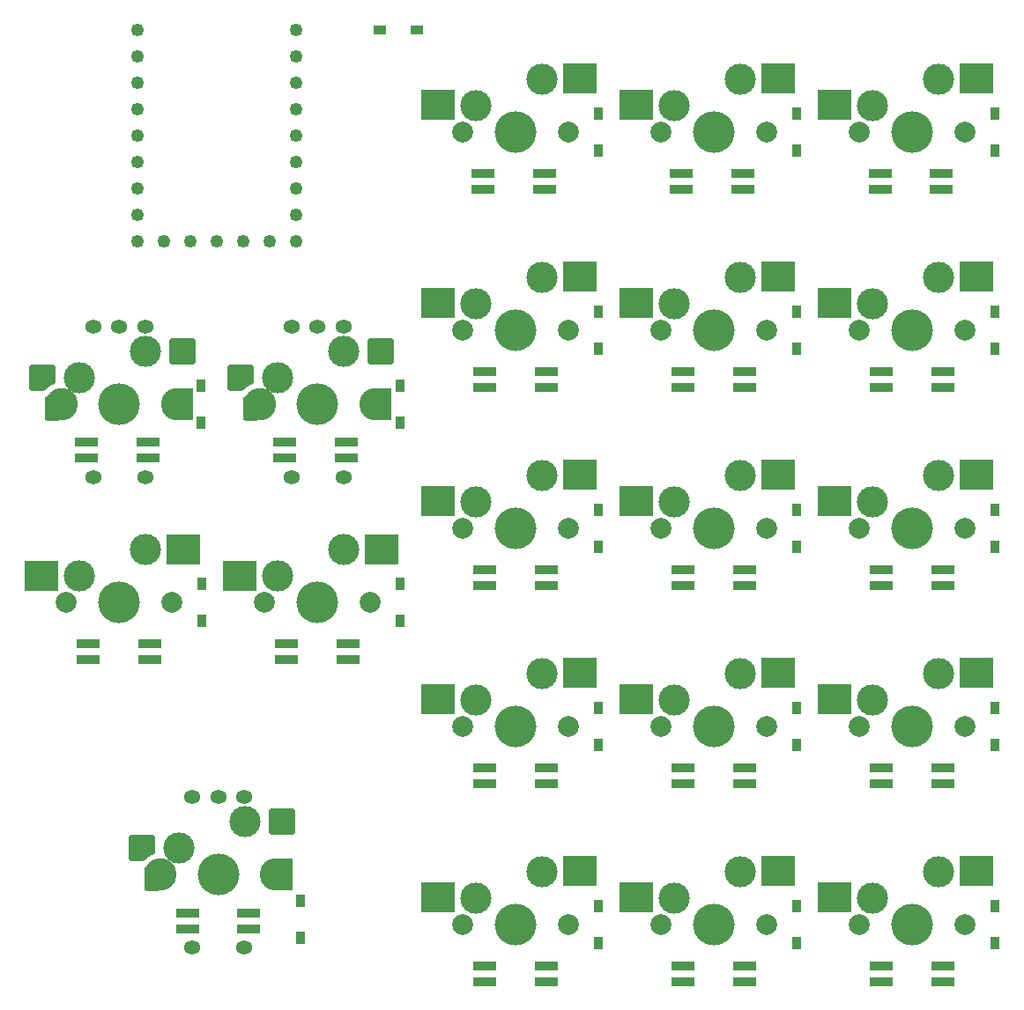
<source format=gbr>
G04 #@! TF.GenerationSoftware,KiCad,Pcbnew,7.0.9*
G04 #@! TF.CreationDate,2024-01-25T19:57:45+09:00*
G04 #@! TF.ProjectId,withTK,77697468-544b-42e6-9b69-6361645f7063,rev?*
G04 #@! TF.SameCoordinates,Original*
G04 #@! TF.FileFunction,Soldermask,Bot*
G04 #@! TF.FilePolarity,Negative*
%FSLAX46Y46*%
G04 Gerber Fmt 4.6, Leading zero omitted, Abs format (unit mm)*
G04 Created by KiCad (PCBNEW 7.0.9) date 2024-01-25 19:57:45*
%MOMM*%
%LPD*%
G01*
G04 APERTURE LIST*
G04 Aperture macros list*
%AMRoundRect*
0 Rectangle with rounded corners*
0 $1 Rounding radius*
0 $2 $3 $4 $5 $6 $7 $8 $9 X,Y pos of 4 corners*
0 Add a 4 corners polygon primitive as box body*
4,1,4,$2,$3,$4,$5,$6,$7,$8,$9,$2,$3,0*
0 Add four circle primitives for the rounded corners*
1,1,$1+$1,$2,$3*
1,1,$1+$1,$4,$5*
1,1,$1+$1,$6,$7*
1,1,$1+$1,$8,$9*
0 Add four rect primitives between the rounded corners*
20,1,$1+$1,$2,$3,$4,$5,0*
20,1,$1+$1,$4,$5,$6,$7,0*
20,1,$1+$1,$6,$7,$8,$9,0*
20,1,$1+$1,$8,$9,$2,$3,0*%
%AMFreePoly0*
4,1,22,1.150000,1.217000,1.242000,1.125000,1.275000,1.000000,1.275000,-0.378000,1.255000,-0.477000,1.196000,-0.560000,1.110000,-0.613000,0.807000,-0.752000,0.530000,-0.939000,0.287000,-1.167000,0.203000,-1.228000,0.102000,-1.250000,-1.025000,-1.250000,-1.150000,-1.217000,-1.242000,-1.125000,-1.275000,-1.000000,-1.275000,1.000000,-1.242000,1.125000,-1.150000,1.217000,-1.025000,1.250000,
1.025000,1.250000,1.150000,1.217000,1.150000,1.217000,$1*%
G04 Aperture macros list end*
%ADD10C,2.000000*%
%ADD11C,3.000000*%
%ADD12C,4.000000*%
%ADD13R,3.300000X3.000000*%
%ADD14R,0.950000X1.300000*%
%ADD15R,2.200000X0.820000*%
%ADD16O,1.600000X1.300000*%
%ADD17RoundRect,0.249600X-0.550400X-0.900400X0.550400X-0.900400X0.550400X0.900400X-0.550400X0.900400X0*%
%ADD18C,3.100000*%
%ADD19RoundRect,0.249600X-0.550400X-1.300400X0.550400X-1.300400X0.550400X1.300400X-0.550400X1.300400X0*%
%ADD20RoundRect,0.250000X-1.025000X-1.000000X1.025000X-1.000000X1.025000X1.000000X-1.025000X1.000000X0*%
%ADD21FreePoly0,0.000000*%
%ADD22R,1.300000X0.950000*%
%ADD23C,1.250000*%
G04 APERTURE END LIST*
D10*
X62147100Y-28621100D03*
D11*
X63417100Y-26081100D03*
D12*
X67227100Y-28621100D03*
D11*
X69767100Y-23541100D03*
D10*
X72307100Y-28621100D03*
D13*
X59777100Y-26041100D03*
X73377100Y-23501100D03*
D10*
X81197100Y-28621100D03*
D11*
X82467100Y-26081100D03*
D12*
X86277100Y-28621100D03*
D11*
X88817100Y-23541100D03*
D10*
X91357100Y-28621100D03*
D13*
X78827100Y-26041100D03*
X92427100Y-23501100D03*
D10*
X100247100Y-28621100D03*
D11*
X101517100Y-26081100D03*
D12*
X105327100Y-28621100D03*
D11*
X107867100Y-23541100D03*
D10*
X110407100Y-28621100D03*
D13*
X97877100Y-26041100D03*
X111477100Y-23501100D03*
D14*
X113246100Y-49446100D03*
X113246100Y-45896100D03*
D10*
X100247100Y-85771100D03*
D11*
X101517100Y-83231100D03*
D12*
X105327100Y-85771100D03*
D11*
X107867100Y-80691100D03*
D10*
X110407100Y-85771100D03*
D13*
X97877100Y-83191100D03*
X111477100Y-80651100D03*
D10*
X81197100Y-66721100D03*
D11*
X82467100Y-64181100D03*
D12*
X86277100Y-66721100D03*
D11*
X88817100Y-61641100D03*
D10*
X91357100Y-66721100D03*
D13*
X78827100Y-64141100D03*
X92427100Y-61601100D03*
D14*
X37037600Y-75639900D03*
X37037600Y-72089900D03*
D10*
X100247100Y-47671100D03*
D11*
X101517100Y-45131100D03*
D12*
X105327100Y-47671100D03*
D11*
X107867100Y-42591100D03*
D10*
X110407100Y-47671100D03*
D13*
X97877100Y-45091100D03*
X111477100Y-42551100D03*
D15*
X32077100Y-77877400D03*
X26177100Y-77877400D03*
X26177100Y-79377400D03*
X32077100Y-79377400D03*
D10*
X81197100Y-85771100D03*
D11*
X82467100Y-83231100D03*
D12*
X86277100Y-85771100D03*
D11*
X88817100Y-80691100D03*
D10*
X91357100Y-85771100D03*
D13*
X78827100Y-83191100D03*
X92427100Y-80651100D03*
D14*
X75134000Y-68496100D03*
X75134000Y-64946100D03*
D15*
X83327100Y-91283600D03*
X89227100Y-91283600D03*
X89227100Y-89783600D03*
X83327100Y-89783600D03*
X89227100Y-108833600D03*
X83327100Y-108833600D03*
X83327100Y-110333600D03*
X89227100Y-110333600D03*
X26019300Y-59946100D03*
X31919300Y-59946100D03*
X31919300Y-58446100D03*
X26019300Y-58446100D03*
X64277100Y-53183600D03*
X70177100Y-53183600D03*
X70177100Y-51683600D03*
X64277100Y-51683600D03*
X108136600Y-32633600D03*
X102236600Y-32633600D03*
X102236600Y-34133600D03*
X108136600Y-34133600D03*
D14*
X56094200Y-56589900D03*
X56094200Y-53039900D03*
X94190600Y-49446100D03*
X94190600Y-45896100D03*
D10*
X62147100Y-85771100D03*
D11*
X63417100Y-83231100D03*
D12*
X67227100Y-85771100D03*
D11*
X69767100Y-80691100D03*
D10*
X72307100Y-85771100D03*
D13*
X59777100Y-83191100D03*
X73377100Y-80651100D03*
D10*
X81197100Y-47671100D03*
D11*
X82467100Y-45131100D03*
D12*
X86277100Y-47671100D03*
D11*
X88817100Y-42591100D03*
D10*
X91357100Y-47671100D03*
D13*
X78827100Y-45091100D03*
X92427100Y-42551100D03*
D11*
X25317100Y-52274900D03*
D12*
X29127100Y-54814900D03*
D11*
X31667100Y-49734900D03*
D16*
X31627100Y-47314900D03*
X26627100Y-47314900D03*
X29127100Y-47314900D03*
D17*
X22777100Y-55214900D03*
D18*
X23577100Y-54814900D03*
X34677100Y-54814900D03*
D19*
X35477100Y-54814900D03*
D16*
X31627100Y-61814900D03*
D20*
X35217100Y-49734900D03*
D21*
X21767100Y-52274900D03*
D16*
X26627100Y-61814900D03*
D14*
X56082500Y-75639900D03*
X56082500Y-72089900D03*
D15*
X70177100Y-108833600D03*
X64277100Y-108833600D03*
X64277100Y-110333600D03*
X70177100Y-110333600D03*
D10*
X81197100Y-104821100D03*
D11*
X82467100Y-102281100D03*
D12*
X86277100Y-104821100D03*
D11*
X88817100Y-99741100D03*
D10*
X91357100Y-104821100D03*
D13*
X78827100Y-102241100D03*
X92427100Y-99701100D03*
D14*
X75134000Y-49446100D03*
X75134000Y-45896100D03*
D15*
X70177100Y-70733600D03*
X64277100Y-70733600D03*
X64277100Y-72233600D03*
X70177100Y-72233600D03*
D10*
X43097100Y-73864900D03*
D11*
X44367100Y-71324900D03*
D12*
X48177100Y-73864900D03*
D11*
X50717100Y-68784900D03*
D10*
X53257100Y-73864900D03*
D13*
X40727100Y-71284900D03*
X54327100Y-68744900D03*
D11*
X44367100Y-52274900D03*
D12*
X48177100Y-54814900D03*
D11*
X50717100Y-49734900D03*
D16*
X50677100Y-47314900D03*
X45677100Y-47314900D03*
X48177100Y-47314900D03*
D17*
X41827100Y-55214900D03*
D18*
X42627100Y-54814900D03*
X53727100Y-54814900D03*
D19*
X54527100Y-54814900D03*
D16*
X50677100Y-61814900D03*
D20*
X54267100Y-49734900D03*
D21*
X40817100Y-52274900D03*
D16*
X45677100Y-61814900D03*
D14*
X75135100Y-30396100D03*
X75135100Y-26846100D03*
D15*
X108277100Y-70733600D03*
X102377100Y-70733600D03*
X102377100Y-72233600D03*
X108277100Y-72233600D03*
X83327100Y-53183600D03*
X89227100Y-53183600D03*
X89227100Y-51683600D03*
X83327100Y-51683600D03*
X45069600Y-59946100D03*
X50969600Y-59946100D03*
X50969600Y-58446100D03*
X45069600Y-58446100D03*
X89072900Y-32633600D03*
X83172900Y-32633600D03*
X83172900Y-34133600D03*
X89072900Y-34133600D03*
D14*
X113235700Y-106596100D03*
X113235700Y-103046100D03*
D11*
X34842100Y-97518600D03*
D12*
X38652100Y-100058600D03*
D11*
X41192100Y-94978600D03*
D16*
X41152100Y-92558600D03*
X36152100Y-92558600D03*
X38652100Y-92558600D03*
D17*
X32302100Y-100458600D03*
D18*
X33102100Y-100058600D03*
X44202100Y-100058600D03*
D19*
X45002100Y-100058600D03*
D16*
X41152100Y-107058600D03*
D20*
X44742100Y-94978600D03*
D21*
X31292100Y-97518600D03*
D16*
X36152100Y-107058600D03*
D14*
X37029800Y-56589900D03*
X37029800Y-53039900D03*
D22*
X57737400Y-18858700D03*
X54187400Y-18858700D03*
D10*
X100247100Y-66721100D03*
D11*
X101517100Y-64181100D03*
D12*
X105327100Y-66721100D03*
D11*
X107867100Y-61641100D03*
D10*
X110407100Y-66721100D03*
D13*
X97877100Y-64141100D03*
X111477100Y-61601100D03*
D14*
X75136000Y-106596100D03*
X75136000Y-103046100D03*
D15*
X70021200Y-32633600D03*
X64121200Y-32633600D03*
X64121200Y-34133600D03*
X70021200Y-34133600D03*
D10*
X62147100Y-104821100D03*
D11*
X63417100Y-102281100D03*
D12*
X67227100Y-104821100D03*
D11*
X69767100Y-99741100D03*
D10*
X72307100Y-104821100D03*
D13*
X59777100Y-102241100D03*
X73377100Y-99701100D03*
D15*
X102377100Y-91283600D03*
X108277100Y-91283600D03*
X108277100Y-89783600D03*
X102377100Y-89783600D03*
D14*
X94181200Y-30396100D03*
X94181200Y-26846100D03*
D10*
X62147100Y-66721100D03*
D11*
X63417100Y-64181100D03*
D12*
X67227100Y-66721100D03*
D11*
X69767100Y-61641100D03*
D10*
X72307100Y-66721100D03*
D13*
X59777100Y-64141100D03*
X73377100Y-61601100D03*
D14*
X46558700Y-106130300D03*
X46558700Y-102580300D03*
D15*
X89227100Y-70733600D03*
X83327100Y-70733600D03*
X83327100Y-72233600D03*
X89227100Y-72233600D03*
X102377100Y-53183600D03*
X108277100Y-53183600D03*
X108277100Y-51683600D03*
X102377100Y-51683600D03*
D10*
X24047100Y-73864900D03*
D11*
X25317100Y-71324900D03*
D12*
X29127100Y-73864900D03*
D11*
X31667100Y-68784900D03*
D10*
X34207100Y-73864900D03*
D13*
X21677100Y-71284900D03*
X35277100Y-68744900D03*
D14*
X75135600Y-87546100D03*
X75135600Y-83996100D03*
D10*
X100247100Y-104821100D03*
D11*
X101517100Y-102281100D03*
D12*
X105327100Y-104821100D03*
D11*
X107867100Y-99741100D03*
D10*
X110407100Y-104821100D03*
D13*
X97877100Y-102241100D03*
X111477100Y-99701100D03*
D14*
X94182400Y-68496100D03*
X94182400Y-64946100D03*
X113232100Y-30396100D03*
X113232100Y-26846100D03*
D15*
X41602100Y-103746100D03*
X35702100Y-103746100D03*
X35702100Y-105246100D03*
X41602100Y-105246100D03*
D14*
X94182900Y-106596100D03*
X94182900Y-103046100D03*
X113233600Y-68496100D03*
X113233600Y-64946100D03*
X113237600Y-87546100D03*
X113237600Y-83996100D03*
X94192000Y-87546100D03*
X94192000Y-83996100D03*
D10*
X62147100Y-47671100D03*
D11*
X63417100Y-45131100D03*
D12*
X67227100Y-47671100D03*
D11*
X69767100Y-42591100D03*
D10*
X72307100Y-47671100D03*
D13*
X59777100Y-45091100D03*
X73377100Y-42551100D03*
D15*
X108277100Y-108833600D03*
X102377100Y-108833600D03*
X102377100Y-110333600D03*
X108277100Y-110333600D03*
X64277100Y-91283600D03*
X70177100Y-91283600D03*
X70177100Y-89783600D03*
X64277100Y-89783600D03*
X51127100Y-77877400D03*
X45227100Y-77877400D03*
X45227100Y-79377400D03*
X51127100Y-79377400D03*
D23*
X30902066Y-18839159D03*
X30902066Y-21359159D03*
X30902066Y-23899159D03*
X30902066Y-26429159D03*
X30902066Y-28979159D03*
X30902066Y-31519159D03*
X30902066Y-34059159D03*
X30902066Y-36599159D03*
X30902066Y-39139159D03*
X33442066Y-39139159D03*
X35992066Y-39139159D03*
X38522400Y-39139159D03*
X41072400Y-39139159D03*
X43602066Y-39139159D03*
X46142066Y-39123500D03*
X46142066Y-36599159D03*
X46142066Y-34059159D03*
X46142066Y-31519159D03*
X46142066Y-28979159D03*
X46142066Y-26429159D03*
X46142066Y-23899159D03*
X46142066Y-21359159D03*
X46142066Y-18839159D03*
M02*

</source>
